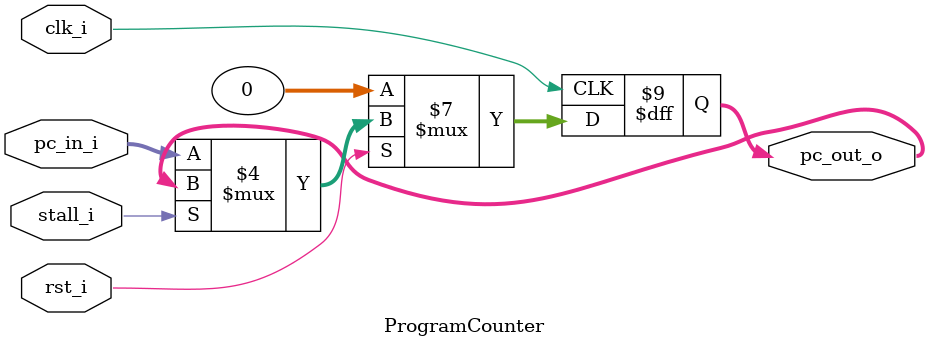
<source format=v>

module ProgramCounter(
	stall_i,
    clk_i,
	rst_i,
	pc_in_i,
	pc_out_o
	);
     
//I/O ports
input           stall_i;
input           clk_i;
input	        rst_i;
input  [32-1:0] pc_in_i;
output [32-1:0] pc_out_o;
 
//Internal Signals
reg    [32-1:0] pc_out_o;
 
//Parameter

    
//Main function
always @(posedge clk_i) begin
    if(~rst_i)
	    pc_out_o <= 0;
	else if (stall_i == 0)
	    pc_out_o <= pc_in_i;
end

endmodule



                    
                    
</source>
